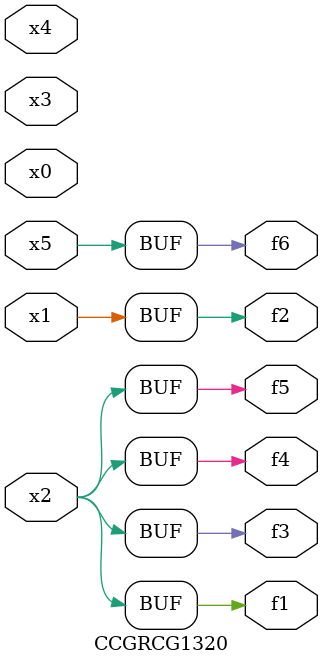
<source format=v>
module CCGRCG1320(
	input x0, x1, x2, x3, x4, x5,
	output f1, f2, f3, f4, f5, f6
);
	assign f1 = x2;
	assign f2 = x1;
	assign f3 = x2;
	assign f4 = x2;
	assign f5 = x2;
	assign f6 = x5;
endmodule

</source>
